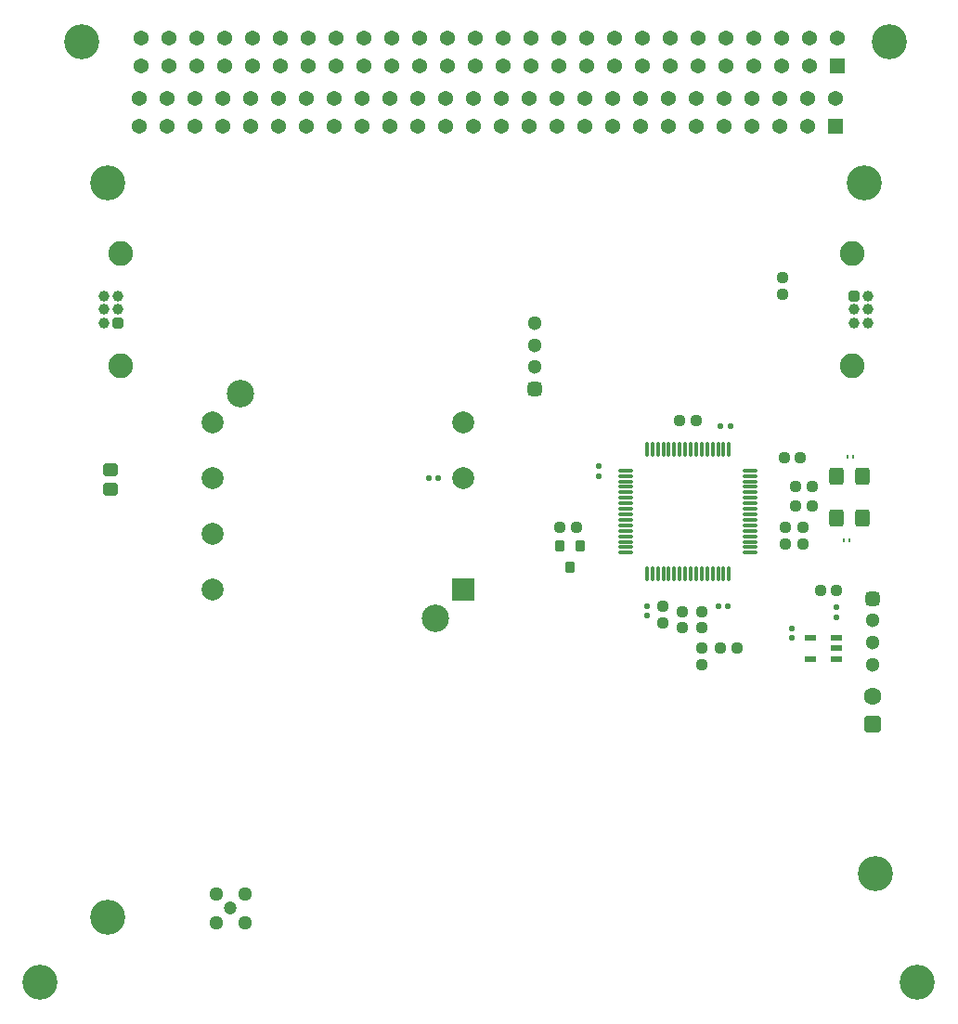
<source format=gbr>
%TF.GenerationSoftware,Altium Limited,Altium Designer,25.8.1 (18)*%
G04 Layer_Color=255*
%FSLAX45Y45*%
%MOMM*%
%TF.SameCoordinates,E40C52F6-B12D-486C-AAC2-1DB2447C0C70*%
%TF.FilePolarity,Positive*%
%TF.FileFunction,Pads,Bot*%
%TF.Part,Single*%
G01*
G75*
%TA.AperFunction,SMDPad,CuDef*%
G04:AMPARAMS|DCode=13|XSize=0.95mm|YSize=0.95mm|CornerRadius=0.2375mm|HoleSize=0mm|Usage=FLASHONLY|Rotation=180.000|XOffset=0mm|YOffset=0mm|HoleType=Round|Shape=RoundedRectangle|*
%AMROUNDEDRECTD13*
21,1,0.95000,0.47500,0,0,180.0*
21,1,0.47500,0.95000,0,0,180.0*
1,1,0.47500,-0.23750,0.23750*
1,1,0.47500,0.23750,0.23750*
1,1,0.47500,0.23750,-0.23750*
1,1,0.47500,-0.23750,-0.23750*
%
%ADD13ROUNDEDRECTD13*%
G04:AMPARAMS|DCode=14|XSize=0.95mm|YSize=0.95mm|CornerRadius=0.2375mm|HoleSize=0mm|Usage=FLASHONLY|Rotation=90.000|XOffset=0mm|YOffset=0mm|HoleType=Round|Shape=RoundedRectangle|*
%AMROUNDEDRECTD14*
21,1,0.95000,0.47500,0,0,90.0*
21,1,0.47500,0.95000,0,0,90.0*
1,1,0.47500,0.23750,0.23750*
1,1,0.47500,0.23750,-0.23750*
1,1,0.47500,-0.23750,-0.23750*
1,1,0.47500,-0.23750,0.23750*
%
%ADD14ROUNDEDRECTD14*%
G04:AMPARAMS|DCode=15|XSize=0.44mm|YSize=0.54mm|CornerRadius=0.11mm|HoleSize=0mm|Usage=FLASHONLY|Rotation=90.000|XOffset=0mm|YOffset=0mm|HoleType=Round|Shape=RoundedRectangle|*
%AMROUNDEDRECTD15*
21,1,0.44000,0.32000,0,0,90.0*
21,1,0.22000,0.54000,0,0,90.0*
1,1,0.22000,0.16000,0.11000*
1,1,0.22000,0.16000,-0.11000*
1,1,0.22000,-0.16000,-0.11000*
1,1,0.22000,-0.16000,0.11000*
%
%ADD15ROUNDEDRECTD15*%
G04:AMPARAMS|DCode=16|XSize=0.44mm|YSize=0.54mm|CornerRadius=0.11mm|HoleSize=0mm|Usage=FLASHONLY|Rotation=0.000|XOffset=0mm|YOffset=0mm|HoleType=Round|Shape=RoundedRectangle|*
%AMROUNDEDRECTD16*
21,1,0.44000,0.32000,0,0,0.0*
21,1,0.22000,0.54000,0,0,0.0*
1,1,0.22000,0.11000,-0.16000*
1,1,0.22000,-0.11000,-0.16000*
1,1,0.22000,-0.11000,0.16000*
1,1,0.22000,0.11000,0.16000*
%
%ADD16ROUNDEDRECTD16*%
G04:AMPARAMS|DCode=22|XSize=1.4mm|YSize=1.15mm|CornerRadius=0.2875mm|HoleSize=0mm|Usage=FLASHONLY|Rotation=180.000|XOffset=0mm|YOffset=0mm|HoleType=Round|Shape=RoundedRectangle|*
%AMROUNDEDRECTD22*
21,1,1.40000,0.57500,0,0,180.0*
21,1,0.82500,1.15000,0,0,180.0*
1,1,0.57500,-0.41250,0.28750*
1,1,0.57500,0.41250,0.28750*
1,1,0.57500,0.41250,-0.28750*
1,1,0.57500,-0.41250,-0.28750*
%
%ADD22ROUNDEDRECTD22*%
G04:AMPARAMS|DCode=25|XSize=0.85mm|YSize=1.1mm|CornerRadius=0.2125mm|HoleSize=0mm|Usage=FLASHONLY|Rotation=180.000|XOffset=0mm|YOffset=0mm|HoleType=Round|Shape=RoundedRectangle|*
%AMROUNDEDRECTD25*
21,1,0.85000,0.67500,0,0,180.0*
21,1,0.42500,1.10000,0,0,180.0*
1,1,0.42500,-0.21250,0.33750*
1,1,0.42500,0.21250,0.33750*
1,1,0.42500,0.21250,-0.33750*
1,1,0.42500,-0.21250,-0.33750*
%
%ADD25ROUNDEDRECTD25*%
%TA.AperFunction,ComponentPad*%
%ADD37C,1.30000*%
%ADD38C,1.29500*%
%ADD39C,2.00000*%
G04:AMPARAMS|DCode=40|XSize=1.3mm|YSize=1.3mm|CornerRadius=0.325mm|HoleSize=0mm|Usage=FLASHONLY|Rotation=270.000|XOffset=0mm|YOffset=0mm|HoleType=Round|Shape=RoundedRectangle|*
%AMROUNDEDRECTD40*
21,1,1.30000,0.65000,0,0,270.0*
21,1,0.65000,1.30000,0,0,270.0*
1,1,0.65000,-0.32500,-0.32500*
1,1,0.65000,-0.32500,0.32500*
1,1,0.65000,0.32500,0.32500*
1,1,0.65000,0.32500,-0.32500*
%
%ADD40ROUNDEDRECTD40*%
%ADD41R,2.00000X2.00000*%
%ADD42C,2.50000*%
%ADD43C,2.25000*%
%ADD44C,1.00000*%
G04:AMPARAMS|DCode=45|XSize=1mm|YSize=1mm|CornerRadius=0.25mm|HoleSize=0mm|Usage=FLASHONLY|Rotation=270.000|XOffset=0mm|YOffset=0mm|HoleType=Round|Shape=RoundedRectangle|*
%AMROUNDEDRECTD45*
21,1,1.00000,0.50000,0,0,270.0*
21,1,0.50000,1.00000,0,0,270.0*
1,1,0.50000,-0.25000,-0.25000*
1,1,0.50000,-0.25000,0.25000*
1,1,0.50000,0.25000,0.25000*
1,1,0.50000,0.25000,-0.25000*
%
%ADD45ROUNDEDRECTD45*%
%ADD46C,1.20000*%
G04:AMPARAMS|DCode=47|XSize=1.6mm|YSize=1.6mm|CornerRadius=0.4mm|HoleSize=0mm|Usage=FLASHONLY|Rotation=90.000|XOffset=0mm|YOffset=0mm|HoleType=Round|Shape=RoundedRectangle|*
%AMROUNDEDRECTD47*
21,1,1.60000,0.80000,0,0,90.0*
21,1,0.80000,1.60000,0,0,90.0*
1,1,0.80000,0.40000,0.40000*
1,1,0.80000,0.40000,-0.40000*
1,1,0.80000,-0.40000,-0.40000*
1,1,0.80000,-0.40000,0.40000*
%
%ADD47ROUNDEDRECTD47*%
%ADD48C,1.60000*%
%ADD49C,1.37000*%
%ADD50R,1.37000X1.37000*%
%TA.AperFunction,WasherPad*%
%ADD51C,3.20000*%
%TA.AperFunction,SMDPad,CuDef*%
%ADD53O,0.30000X1.40000*%
%ADD54O,1.40000X0.30000*%
%ADD55R,0.24994X0.35001*%
G04:AMPARAMS|DCode=56|XSize=1.6mm|YSize=1.4mm|CornerRadius=0.35mm|HoleSize=0mm|Usage=FLASHONLY|Rotation=270.000|XOffset=0mm|YOffset=0mm|HoleType=Round|Shape=RoundedRectangle|*
%AMROUNDEDRECTD56*
21,1,1.60000,0.70000,0,0,270.0*
21,1,0.90000,1.40000,0,0,270.0*
1,1,0.70000,-0.35000,-0.45000*
1,1,0.70000,-0.35000,0.45000*
1,1,0.70000,0.35000,0.45000*
1,1,0.70000,0.35000,-0.45000*
%
%ADD56ROUNDEDRECTD56*%
G04:AMPARAMS|DCode=57|XSize=0.55001mm|YSize=1.1mm|CornerRadius=0.1375mm|HoleSize=0mm|Usage=FLASHONLY|Rotation=270.000|XOffset=0mm|YOffset=0mm|HoleType=Round|Shape=RoundedRectangle|*
%AMROUNDEDRECTD57*
21,1,0.55001,0.82499,0,0,270.0*
21,1,0.27501,1.10000,0,0,270.0*
1,1,0.27501,-0.41250,-0.13750*
1,1,0.27501,-0.41250,0.13750*
1,1,0.27501,0.41250,0.13750*
1,1,0.27501,0.41250,-0.13750*
%
%ADD57ROUNDEDRECTD57*%
D13*
X7057401Y4350300D02*
D03*
X7221290D02*
D03*
X5939317Y3486280D02*
D03*
Y3636279D02*
D03*
X7221290Y4200300D02*
D03*
X7057401D02*
D03*
X7030630Y6633433D02*
D03*
Y6483433D02*
D03*
X6120079Y3436029D02*
D03*
Y3586029D02*
D03*
X6295079Y3436279D02*
D03*
Y3586279D02*
D03*
X6294954Y3249999D02*
D03*
Y3099999D02*
D03*
D14*
X6095079Y5330945D02*
D03*
X7377577Y3775301D02*
D03*
X7197540Y4990945D02*
D03*
X5150941Y4357802D02*
D03*
X5000941D02*
D03*
X6245079Y5330945D02*
D03*
X7047540Y4990945D02*
D03*
X6618079Y3249999D02*
D03*
X6468079D02*
D03*
X7154414Y4725770D02*
D03*
X7304414D02*
D03*
X7527577Y3775301D02*
D03*
X7301900Y4550612D02*
D03*
X7151900D02*
D03*
D15*
X5795079Y3546280D02*
D03*
X7114747Y3435000D02*
D03*
X5360000Y4822801D02*
D03*
Y4912801D02*
D03*
X7527577Y3627111D02*
D03*
Y3537111D02*
D03*
X7114747Y3345000D02*
D03*
X5795079Y3636279D02*
D03*
D16*
X6535079Y3636279D02*
D03*
X6468079Y5277053D02*
D03*
X6558079D02*
D03*
X6445079Y3636279D02*
D03*
X3804401Y4801800D02*
D03*
X3894401D02*
D03*
D22*
X901901Y4876301D02*
D03*
Y4701301D02*
D03*
D25*
X5190942Y4186697D02*
D03*
X5000941D02*
D03*
X5095941Y3986697D02*
D03*
D37*
X4774701Y6217500D02*
D03*
X7851319Y3505001D02*
D03*
Y3305001D02*
D03*
Y3105000D02*
D03*
X4774701Y5817500D02*
D03*
Y6017500D02*
D03*
D38*
X1865000Y748124D02*
D03*
X2130000D02*
D03*
Y1013125D02*
D03*
X1865000D02*
D03*
D39*
X1834949Y4801800D02*
D03*
X4120949Y5309800D02*
D03*
Y4801800D02*
D03*
X1834949Y5309800D02*
D03*
Y4293800D02*
D03*
Y3785800D02*
D03*
D40*
X7851319Y3705001D02*
D03*
X4774701Y5617500D02*
D03*
D41*
X4120949Y3785800D02*
D03*
D42*
X3866949Y3522800D02*
D03*
X2088949Y5572800D02*
D03*
D43*
X992500Y5825204D02*
D03*
Y6855204D02*
D03*
X7663902Y5825900D02*
D03*
Y6855900D02*
D03*
D44*
X972500Y6340204D02*
D03*
X847500Y6465204D02*
D03*
X972500D02*
D03*
X847500Y6215204D02*
D03*
Y6340204D02*
D03*
X7683902Y6340900D02*
D03*
X7808902D02*
D03*
X7683902Y6215900D02*
D03*
X7808902Y6465900D02*
D03*
Y6215900D02*
D03*
D45*
X972500Y6215204D02*
D03*
X7683902Y6465900D02*
D03*
D46*
X1997500Y880625D02*
D03*
D47*
X7851319Y2561901D02*
D03*
D48*
Y2815901D02*
D03*
D49*
X7276401Y8813600D02*
D03*
X3707701Y8013500D02*
D03*
X3961701D02*
D03*
X1688401Y8813600D02*
D03*
Y8559600D02*
D03*
X1942401Y8813600D02*
D03*
Y8559600D02*
D03*
X3212401Y8813600D02*
D03*
Y8559600D02*
D03*
X3466401Y8813600D02*
D03*
Y8559600D02*
D03*
X4736401Y8813600D02*
D03*
Y8559600D02*
D03*
X4990401Y8813600D02*
D03*
Y8559600D02*
D03*
X6260401Y8813600D02*
D03*
Y8559600D02*
D03*
X6514401Y8813600D02*
D03*
Y8559600D02*
D03*
X1675701Y8267500D02*
D03*
Y8013500D02*
D03*
X1929701Y8267500D02*
D03*
Y8013500D02*
D03*
X3199701Y8267500D02*
D03*
Y8013500D02*
D03*
X3453701Y8267500D02*
D03*
Y8013500D02*
D03*
X4723701Y8267500D02*
D03*
Y8013500D02*
D03*
X4977701Y8267500D02*
D03*
Y8013500D02*
D03*
X6247701Y8267500D02*
D03*
Y8013500D02*
D03*
X6501701Y8267500D02*
D03*
Y8013500D02*
D03*
X1180401Y8813600D02*
D03*
Y8559600D02*
D03*
X1434401Y8813600D02*
D03*
Y8559600D02*
D03*
X2196401Y8813600D02*
D03*
Y8559600D02*
D03*
X2450401Y8813600D02*
D03*
Y8559600D02*
D03*
X2704401Y8813600D02*
D03*
Y8559600D02*
D03*
X2958401Y8813600D02*
D03*
Y8559600D02*
D03*
X3720401Y8813600D02*
D03*
Y8559600D02*
D03*
X3974401Y8813600D02*
D03*
Y8559600D02*
D03*
X4228401Y8813600D02*
D03*
Y8559600D02*
D03*
X4482401Y8813600D02*
D03*
Y8559600D02*
D03*
X5244401Y8813600D02*
D03*
Y8559600D02*
D03*
X5498401Y8813600D02*
D03*
Y8559600D02*
D03*
X5752401Y8813600D02*
D03*
Y8559600D02*
D03*
X6006401Y8813600D02*
D03*
Y8559600D02*
D03*
X6768401Y8813600D02*
D03*
Y8559600D02*
D03*
X7022401Y8813600D02*
D03*
Y8559600D02*
D03*
X7276401D02*
D03*
X7530401Y8813600D02*
D03*
X1167701Y8267500D02*
D03*
Y8013500D02*
D03*
X1421701Y8267500D02*
D03*
Y8013500D02*
D03*
X2183701Y8267500D02*
D03*
Y8013500D02*
D03*
X2437701Y8267500D02*
D03*
Y8013500D02*
D03*
X2691701Y8267500D02*
D03*
Y8013500D02*
D03*
X2945701Y8267500D02*
D03*
Y8013500D02*
D03*
X3707701Y8267500D02*
D03*
X3961701D02*
D03*
X4215701D02*
D03*
Y8013500D02*
D03*
X4469701Y8267500D02*
D03*
Y8013500D02*
D03*
X5231701Y8267500D02*
D03*
Y8013500D02*
D03*
X5485701Y8267500D02*
D03*
Y8013500D02*
D03*
X5739701Y8267500D02*
D03*
Y8013500D02*
D03*
X5993701Y8267500D02*
D03*
Y8013500D02*
D03*
X6755701Y8267500D02*
D03*
Y8013500D02*
D03*
X7009701Y8267500D02*
D03*
Y8013500D02*
D03*
X7263701Y8267500D02*
D03*
Y8013500D02*
D03*
X7517701Y8267500D02*
D03*
D50*
X7530401Y8559600D02*
D03*
X7517701Y8013500D02*
D03*
D51*
X263501Y207200D02*
D03*
X877500Y7499748D02*
D03*
Y800000D02*
D03*
X644501Y8779700D02*
D03*
X7778149Y7499748D02*
D03*
X7883065Y1199878D02*
D03*
X8264200Y207100D02*
D03*
X8010501Y8779700D02*
D03*
D53*
X6495079Y5067801D02*
D03*
X5845079Y3927801D02*
D03*
X6495079D02*
D03*
X6545079D02*
D03*
X6445079D02*
D03*
X6395079D02*
D03*
X6345079D02*
D03*
X6295079D02*
D03*
X6245079D02*
D03*
X6195079D02*
D03*
X6145079D02*
D03*
X6095079D02*
D03*
X6045079D02*
D03*
X5995079D02*
D03*
X5945079D02*
D03*
X5895079D02*
D03*
X5795079D02*
D03*
Y5067801D02*
D03*
X5845079D02*
D03*
X5895079D02*
D03*
X5945079D02*
D03*
X5995079D02*
D03*
X6045079D02*
D03*
X6095079D02*
D03*
X6145079D02*
D03*
X6195079D02*
D03*
X6245079D02*
D03*
X6295079D02*
D03*
X6345079D02*
D03*
X6395079D02*
D03*
X6445079D02*
D03*
X6545079D02*
D03*
D54*
X5600079Y4822801D02*
D03*
X6740079Y4322801D02*
D03*
Y4872801D02*
D03*
Y4822801D02*
D03*
Y4772801D02*
D03*
Y4722801D02*
D03*
Y4672801D02*
D03*
Y4622801D02*
D03*
Y4572801D02*
D03*
Y4522801D02*
D03*
Y4472801D02*
D03*
Y4422801D02*
D03*
Y4372802D02*
D03*
Y4272801D02*
D03*
Y4222801D02*
D03*
Y4172801D02*
D03*
Y4122802D02*
D03*
X5600079D02*
D03*
Y4172801D02*
D03*
Y4222801D02*
D03*
Y4272801D02*
D03*
Y4322801D02*
D03*
Y4372802D02*
D03*
Y4422801D02*
D03*
Y4472801D02*
D03*
Y4522801D02*
D03*
Y4572801D02*
D03*
Y4622801D02*
D03*
Y4672801D02*
D03*
Y4722801D02*
D03*
Y4772801D02*
D03*
Y4872801D02*
D03*
D55*
X7642564Y4239323D02*
D03*
X7622583Y4995464D02*
D03*
X7672570D02*
D03*
X7592576Y4239323D02*
D03*
D56*
X7527576Y4823112D02*
D03*
X7757576Y4443112D02*
D03*
Y4823112D02*
D03*
X7527576Y4443112D02*
D03*
D57*
X7527577Y3249999D02*
D03*
Y3345000D02*
D03*
Y3155000D02*
D03*
X7287577D02*
D03*
Y3345000D02*
D03*
%TF.MD5,b36215d8b8e7a58982798b67274742e0*%
M02*

</source>
